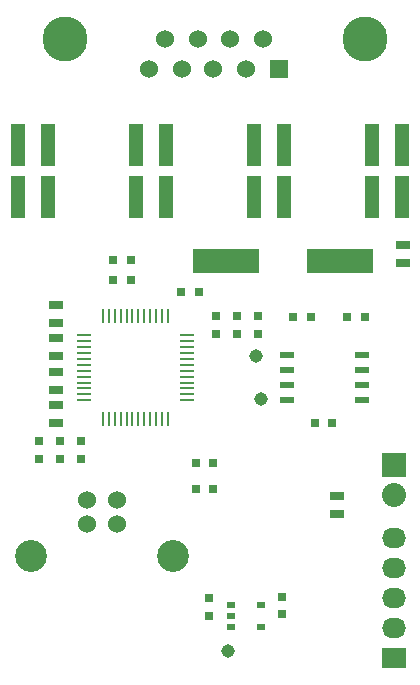
<source format=gts>
%FSLAX46Y46*%
G04 Gerber Fmt 4.6, Leading zero omitted, Abs format (unit mm)*
G04 Created by KiCad (PCBNEW (2014-10-22 BZR 5216)-product) date Tue 10 Feb 2015 01:20:12 PM EST*
%MOMM*%
G01*
G04 APERTURE LIST*
%ADD10C,0.100000*%
%ADD11C,3.810000*%
%ADD12R,1.524000X1.524000*%
%ADD13C,1.524000*%
%ADD14R,2.032000X2.032000*%
%ADD15O,2.032000X2.032000*%
%ADD16C,2.700020*%
%ADD17R,2.032000X1.727200*%
%ADD18O,2.032000X1.727200*%
%ADD19R,1.143000X0.635000*%
%ADD20C,1.143000*%
%ADD21R,0.250000X1.300000*%
%ADD22R,1.300000X0.250000*%
%ADD23R,0.762000X0.508000*%
%ADD24R,1.143000X0.508000*%
%ADD25R,5.600700X2.100580*%
%ADD26R,0.750000X0.800000*%
%ADD27R,0.800000X0.750000*%
%ADD28R,1.270000X3.680000*%
G04 APERTURE END LIST*
D10*
D11*
X155527000Y-97630000D03*
X130127000Y-97630000D03*
D12*
X148288000Y-100170000D03*
D13*
X145494000Y-100170000D03*
X142700000Y-100170000D03*
X140033000Y-100170000D03*
X137239000Y-100170000D03*
X138636000Y-97630000D03*
X141430000Y-97630000D03*
X144097000Y-97630000D03*
X146891000Y-97630000D03*
D14*
X158000000Y-133730000D03*
D15*
X158000000Y-136270000D03*
D13*
X134570000Y-136701000D03*
X132030000Y-136701000D03*
X132030000Y-138699980D03*
X134570000Y-138699980D03*
D16*
X139299480Y-141400000D03*
X127300520Y-141400000D03*
D17*
X158000000Y-150080000D03*
D18*
X158000000Y-147540000D03*
X158000000Y-145000000D03*
X158000000Y-142460000D03*
X158000000Y-139920000D03*
D19*
X153200000Y-136338000D03*
X153200000Y-137862000D03*
D20*
X143984500Y-149409000D03*
X146778500Y-128136500D03*
X146334000Y-124453500D03*
D21*
X138860500Y-121119500D03*
X138360500Y-121119500D03*
X137860500Y-121119500D03*
X137360500Y-121119500D03*
X136860500Y-121119500D03*
X136360500Y-121119500D03*
X135860500Y-121119500D03*
X135360500Y-121119500D03*
X134860500Y-121119500D03*
X134360500Y-121119500D03*
X133860500Y-121119500D03*
X133360500Y-121119500D03*
D22*
X131760500Y-122719500D03*
X131760500Y-123219500D03*
X131760500Y-123719500D03*
X131760500Y-124219500D03*
X131760500Y-124719500D03*
X131760500Y-125219500D03*
X131760500Y-125719500D03*
X131760500Y-126219500D03*
X131760500Y-126719500D03*
X131760500Y-127219500D03*
X131760500Y-127719500D03*
X131760500Y-128219500D03*
D21*
X133360500Y-129819500D03*
X133860500Y-129819500D03*
X134360500Y-129819500D03*
X134860500Y-129819500D03*
X135360500Y-129819500D03*
X135860500Y-129819500D03*
X136360500Y-129819500D03*
X136860500Y-129819500D03*
X137360500Y-129819500D03*
X137860500Y-129819500D03*
X138360500Y-129819500D03*
X138860500Y-129819500D03*
D22*
X140460500Y-128219500D03*
X140460500Y-127719500D03*
X140460500Y-127219500D03*
X140460500Y-126719500D03*
X140460500Y-126219500D03*
X140460500Y-125719500D03*
X140460500Y-125219500D03*
X140460500Y-124719500D03*
X140460500Y-124219500D03*
X140460500Y-123719500D03*
X140460500Y-123219500D03*
X140460500Y-122719500D03*
D23*
X144238500Y-145535500D03*
X144238500Y-147440500D03*
X146778500Y-145535500D03*
X144238500Y-146488000D03*
X146778500Y-147440500D03*
D24*
X155287500Y-124390000D03*
X155287500Y-125660000D03*
X155287500Y-126930000D03*
X155287500Y-128200000D03*
X148937500Y-128200000D03*
X148937500Y-126930000D03*
X148937500Y-125660000D03*
X148937500Y-124390000D03*
D25*
X143771140Y-116389000D03*
X153468860Y-116389000D03*
D26*
X142905000Y-121100000D03*
X142905000Y-122600000D03*
X144683000Y-121100000D03*
X144683000Y-122600000D03*
X146461000Y-121100000D03*
X146461000Y-122600000D03*
X131538500Y-133204500D03*
X131538500Y-131704500D03*
D27*
X149450000Y-121200000D03*
X150950000Y-121200000D03*
D26*
X129697000Y-133204500D03*
X129697000Y-131704500D03*
X127919000Y-133204500D03*
X127919000Y-131704500D03*
D27*
X134217500Y-118040000D03*
X135717500Y-118040000D03*
X155550000Y-121200000D03*
X154050000Y-121200000D03*
X134225000Y-116350000D03*
X135725000Y-116350000D03*
X142702500Y-133534000D03*
X141202500Y-133534000D03*
X142702500Y-135756500D03*
X141202500Y-135756500D03*
X139996000Y-119056000D03*
X141496000Y-119056000D03*
D26*
X142333500Y-144976000D03*
X142333500Y-146476000D03*
X148493000Y-144849000D03*
X148493000Y-146349000D03*
D27*
X152799000Y-130168500D03*
X151299000Y-130168500D03*
D19*
X129379500Y-124453500D03*
X129379500Y-122929500D03*
X129379500Y-125787000D03*
X129379500Y-127311000D03*
X129379500Y-120135500D03*
X129379500Y-121659500D03*
X129375000Y-130112000D03*
X129375000Y-128588000D03*
X158800000Y-116562000D03*
X158800000Y-115038000D03*
D28*
X156130000Y-111020000D03*
X156130000Y-106580000D03*
X158670000Y-111020000D03*
X158670000Y-106580000D03*
X126130000Y-111020000D03*
X126130000Y-106580000D03*
X128670000Y-111020000D03*
X128670000Y-106580000D03*
X136130000Y-111020000D03*
X136130000Y-106580000D03*
X138670000Y-111020000D03*
X138670000Y-106580000D03*
X146130000Y-111020000D03*
X146130000Y-106580000D03*
X148670000Y-111020000D03*
X148670000Y-106580000D03*
M02*

</source>
